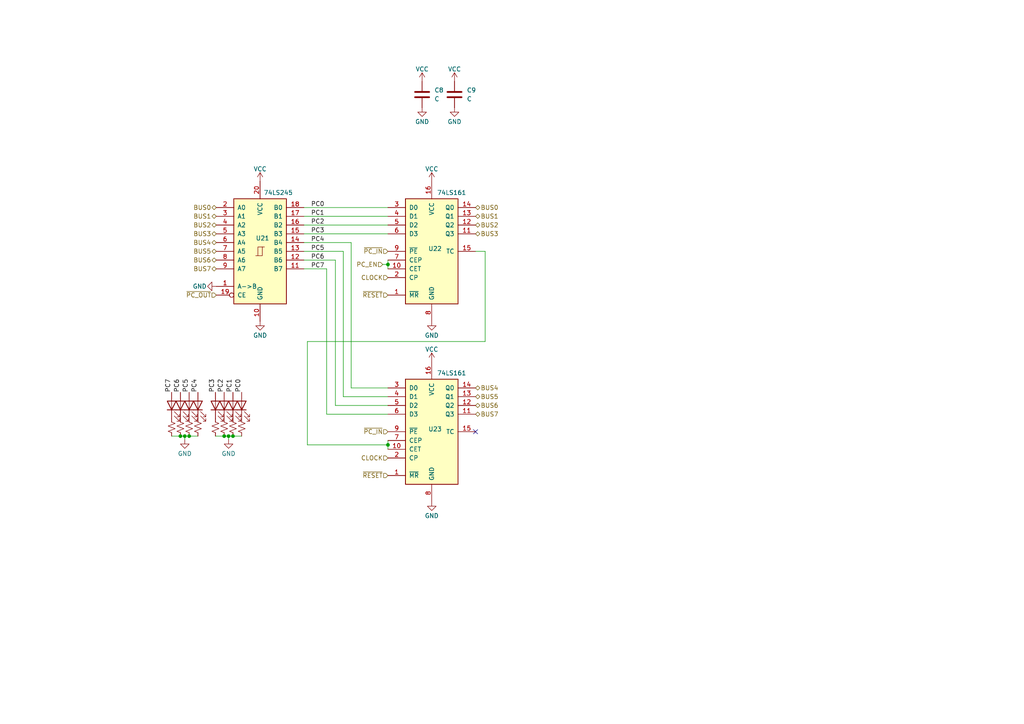
<source format=kicad_sch>
(kicad_sch (version 20211123) (generator eeschema)
  (paper "A4")
  (lib_symbols
    (symbol "74xx:74LS161" (pin_names (offset 1.016))
      (property "Reference" "U" (at -7.62 16.51 0))
      (property "Value" "74LS161" (at -7.62 -16.51 0))
      (symbol "74LS161_1_0"
        (pin input line (at -12.7 -12.7 0) (length 5.08) (name "~{MR}") (number "1"))
        (pin input line (at -12.7 -5.08 0) (length 5.08) (name "CET") (number "10"))
        (pin output line (at 12.7 5.08 180) (length 5.08) (name "Q3") (number "11"))
        (pin output line (at 12.7 7.62 180) (length 5.08) (name "Q2") (number "12"))
        (pin output line (at 12.7 10.16 180) (length 5.08) (name "Q1") (number "13"))
        (pin output line (at 12.7 12.7 180) (length 5.08) (name "Q0") (number "14"))
        (pin output line (at 12.7 0 180) (length 5.08) (name "TC") (number "15"))
        (pin power_in line (at 0 20.32 270) (length 5.08) (name "VCC") (number "16"))
        (pin input line (at -12.7 -7.62 0) (length 5.08) (name "CP") (number "2"))
        (pin input line (at -12.7 12.7 0) (length 5.08) (name "D0") (number "3"))
        (pin input line (at -12.7 10.16 0) (length 5.08) (name "D1") (number "4"))
        (pin input line (at -12.7 7.62 0) (length 5.08) (name "D2") (number "5"))
        (pin input line (at -12.7 5.08 0) (length 5.08) (name "D3") (number "6"))
        (pin input line (at -12.7 -2.54 0) (length 5.08) (name "CEP") (number "7"))
        (pin power_in line (at 0 -20.32 90) (length 5.08) (name "GND") (number "8"))
        (pin input line (at -12.7 0 0) (length 5.08) (name "~{PE}") (number "9"))
      )
      (symbol "74LS161_1_1"
        (rectangle (start -7.62 15.24) (end 7.62 -15.24) (stroke (width 0.254)) (fill (type background)))
      )
    )
    (symbol "74xx:74LS245" (pin_names (offset 1.016))
      (property "Reference" "U" (at -7.62 16.51 0))
      (property "Value" "74LS245" (at -7.62 -16.51 0))
      (symbol "74LS245_1_0"
        (polyline (pts (xy -0.635 -1.27) (xy -0.635 1.27) (xy 0.635 1.27)))
        (polyline (pts (xy -1.27 -1.27) (xy 0.635 -1.27) (xy 0.635 1.27) (xy 1.27 1.27)))
        (pin input line (at -12.7 -10.16 0) (length 5.08) (name "A->B") (number "1"))
        (pin power_in line (at 0 -20.32 90) (length 5.08) (name "GND") (number "10"))
        (pin tri_state line (at 12.7 -5.08 180) (length 5.08) (name "B7") (number "11"))
        (pin tri_state line (at 12.7 -2.54 180) (length 5.08) (name "B6") (number "12"))
        (pin tri_state line (at 12.7 0 180) (length 5.08) (name "B5") (number "13"))
        (pin tri_state line (at 12.7 2.54 180) (length 5.08) (name "B4") (number "14"))
        (pin tri_state line (at 12.7 5.08 180) (length 5.08) (name "B3") (number "15"))
        (pin tri_state line (at 12.7 7.62 180) (length 5.08) (name "B2") (number "16"))
        (pin tri_state line (at 12.7 10.16 180) (length 5.08) (name "B1") (number "17"))
        (pin tri_state line (at 12.7 12.7 180) (length 5.08) (name "B0") (number "18"))
        (pin input inverted (at -12.7 -12.7 0) (length 5.08) (name "CE") (number "19"))
        (pin tri_state line (at -12.7 12.7 0) (length 5.08) (name "A0") (number "2"))
        (pin power_in line (at 0 20.32 270) (length 5.08) (name "VCC") (number "20"))
        (pin tri_state line (at -12.7 10.16 0) (length 5.08) (name "A1") (number "3"))
        (pin tri_state line (at -12.7 7.62 0) (length 5.08) (name "A2") (number "4"))
        (pin tri_state line (at -12.7 5.08 0) (length 5.08) (name "A3") (number "5"))
        (pin tri_state line (at -12.7 2.54 0) (length 5.08) (name "A4") (number "6"))
        (pin tri_state line (at -12.7 0 0) (length 5.08) (name "A5") (number "7"))
        (pin tri_state line (at -12.7 -2.54 0) (length 5.08) (name "A6") (number "8"))
        (pin tri_state line (at -12.7 -5.08 0) (length 5.08) (name "A7") (number "9"))
      )
      (symbol "74LS245_1_1"
        (rectangle (start -7.62 15.24) (end 7.62 -15.24) (stroke (width 0.254)) (fill (type background)))
      )
    )
    (symbol "Device:C" (pin_numbers hide) (pin_names (offset 0.254))
      (property "Reference" "C" (at 0.635 2.54 0))
      (property "Value" "C" (at 0.635 -2.54 0))
      (symbol "C_0_1"
        (polyline (pts (xy -2.032 -0.762) (xy 2.032 -0.762)) (stroke (width 0.508)))
        (polyline (pts (xy -2.032 0.762) (xy 2.032 0.762)) (stroke (width 0.508)))
      )
      (symbol "C_1_1"
        (pin passive line (at 0 3.81 270) (length 2.794) (name "~") (number "1"))
        (pin passive line (at 0 -3.81 90) (length 2.794) (name "~") (number "2"))
      )
    )
    (symbol "Device:LED" (pin_numbers hide) (pin_names (offset 1.016) hide)
      (property "Reference" "D" (at 0 2.54 0))
      (property "Value" "LED" (at 0 -2.54 0))
      (symbol "LED_0_1"
        (polyline (pts (xy -1.27 -1.27) (xy -1.27 1.27)) (stroke (width 0.254)))
        (polyline (pts (xy -1.27 0) (xy 1.27 0)))
        (polyline (pts (xy 1.27 -1.27) (xy 1.27 1.27) (xy -1.27 0) (xy 1.27 -1.27)) (stroke (width 0.254)))
        (polyline (pts (xy -3.048 -0.762) (xy -4.572 -2.286) (xy -3.81 -2.286) (xy -4.572 -2.286) (xy -4.572 -1.524)))
        (polyline (pts (xy -1.778 -0.762) (xy -3.302 -2.286) (xy -2.54 -2.286) (xy -3.302 -2.286) (xy -3.302 -1.524)))
      )
      (symbol "LED_1_1"
        (pin passive line (at -3.81 0 0) (length 2.54) (name "K") (number "1"))
        (pin passive line (at 3.81 0 180) (length 2.54) (name "A") (number "2"))
      )
    )
    (symbol "Device:R_Small_US" (pin_numbers hide) (pin_names (offset 0.254) hide)
      (property "Reference" "R" (at 0.762 0.508 0))
      (property "Value" "R_Small_US" (at 0.762 -1.016 0))
      (symbol "R_Small_US_1_1"
        (polyline (pts (xy 0 0) (xy 1.016 -0.381) (xy 0 -0.762) (xy -1.016 -1.143) (xy 0 -1.524)))
        (polyline (pts (xy 0 1.524) (xy 1.016 1.143) (xy 0 0.762) (xy -1.016 0.381) (xy 0 0)))
        (pin passive line (at 0 2.54 270) (length 1.016) (name "~") (number "1"))
        (pin passive line (at 0 -2.54 90) (length 1.016) (name "~") (number "2"))
      )
    )
    (symbol "power:GND" (power) (pin_names (offset 0))
      (property "Value" "GND" (at 0 -3.81 0))
      (symbol "GND_0_1"
        (polyline (pts (xy 0 0) (xy 0 -1.27) (xy 1.27 -1.27) (xy 0 -2.54) (xy -1.27 -1.27) (xy 0 -1.27)))
      )
      (symbol "GND_1_1"
        (pin power_in line (at 0 0 270) (length 0) hide (name "GND") (number "1"))
      )
    )
    (symbol "power:VCC" (power) (pin_names (offset 0))
      (property "Value" "VCC" (at 0 3.81 0))
      (symbol "VCC_0_1"
        (polyline (pts (xy -0.762 1.27) (xy 0 2.54)))
        (polyline (pts (xy 0 0) (xy 0 2.54)))
        (polyline (pts (xy 0 2.54) (xy 0.762 1.27)))
      )
      (symbol "VCC_1_1"
        (pin power_in line (at 0 0 90) (length 0) hide (name "VCC") (number "1"))
      )
    )
  )
  (junction (at 65.024 126.492))
  (junction (at 112.522 129.032))
  (junction (at 67.564 126.492))
  (junction (at 54.864 126.492))
  (junction (at 66.294 126.492))
  (junction (at 112.522 76.708))
  (junction (at 53.594 126.492))
  (junction (at 52.324 126.492))
  (no_connect (at 137.922 125.222))
  (wire (pts (xy 52.324 126.492) (xy 53.594 126.492)))
  (wire (pts (xy 112.522 117.602) (xy 97.282 117.602)))
  (wire (pts (xy 97.282 75.438) (xy 88.138 75.438)))
  (wire (pts (xy 94.742 120.142) (xy 112.522 120.142)))
  (wire (pts (xy 101.854 112.522) (xy 101.854 70.358)))
  (wire (pts (xy 53.594 127.508) (xy 53.594 126.492)))
  (wire (pts (xy 89.154 99.06) (xy 140.716 99.06)))
  (wire (pts (xy 49.784 126.492) (xy 52.324 126.492)))
  (wire (pts (xy 88.138 65.278) (xy 112.522 65.278)))
  (wire (pts (xy 88.138 72.898) (xy 99.568 72.898)))
  (wire (pts (xy 88.138 67.818) (xy 112.522 67.818)))
  (wire (pts (xy 88.138 62.738) (xy 112.522 62.738)))
  (wire (pts (xy 112.522 129.032) (xy 112.522 130.302)))
  (wire (pts (xy 66.294 126.492) (xy 67.564 126.492)))
  (wire (pts (xy 99.568 72.898) (xy 99.568 115.062)))
  (wire (pts (xy 140.716 99.06) (xy 140.716 72.898)))
  (wire (pts (xy 54.864 126.492) (xy 57.404 126.492)))
  (wire (pts (xy 66.294 127.508) (xy 66.294 126.492)))
  (wire (pts (xy 97.282 117.602) (xy 97.282 75.438)))
  (wire (pts (xy 65.024 126.492) (xy 66.294 126.492)))
  (wire (pts (xy 89.154 129.032) (xy 89.154 99.06)))
  (wire (pts (xy 140.716 72.898) (xy 137.922 72.898)))
  (wire (pts (xy 112.522 127.762) (xy 112.522 129.032)))
  (wire (pts (xy 53.594 126.492) (xy 54.864 126.492)))
  (wire (pts (xy 112.522 76.708) (xy 112.522 77.978)))
  (wire (pts (xy 112.522 112.522) (xy 101.854 112.522)))
  (wire (pts (xy 94.742 77.978) (xy 94.742 120.142)))
  (wire (pts (xy 101.854 70.358) (xy 88.138 70.358)))
  (wire (pts (xy 112.522 75.438) (xy 112.522 76.708)))
  (wire (pts (xy 62.484 126.492) (xy 65.024 126.492)))
  (wire (pts (xy 67.564 126.492) (xy 70.104 126.492)))
  (wire (pts (xy 110.998 76.708) (xy 112.522 76.708)))
  (wire (pts (xy 99.568 115.062) (xy 112.522 115.062)))
  (wire (pts (xy 89.154 129.032) (xy 112.522 129.032)))
  (wire (pts (xy 88.138 77.978) (xy 94.742 77.978)))
  (wire (pts (xy 88.138 60.198) (xy 112.522 60.198)))
  (label "PC1" (at 67.564 113.792 90))
  (label "PC2" (at 90.17 65.278 0))
  (label "PC7" (at 90.17 77.978 0))
  (label "PC4" (at 90.17 70.358 0))
  (label "PC2" (at 65.024 113.792 90))
  (label "PC0" (at 70.104 113.792 90))
  (label "PC6" (at 52.324 113.792 90))
  (label "PC6" (at 90.17 75.438 0))
  (label "PC7" (at 49.784 113.792 90))
  (label "PC1" (at 90.17 62.738 0))
  (label "PC3" (at 62.484 113.792 90))
  (label "PC5" (at 54.864 113.792 90))
  (label "PC5" (at 90.17 72.898 0))
  (label "PC0" (at 90.17 60.198 0))
  (label "PC3" (at 90.17 67.818 0))
  (label "PC4" (at 57.404 113.792 90))
  (hierarchical_label "BUS1" (shape tri_state) (at 62.738 62.738 180))
  (hierarchical_label "BUS6" (shape tri_state) (at 137.922 117.602 0))
  (hierarchical_label "~{PC_IN}" (shape input) (at 112.522 125.222 180))
  (hierarchical_label "BUS4" (shape tri_state) (at 62.738 70.358 180))
  (hierarchical_label "BUS1" (shape tri_state) (at 137.922 62.738 0))
  (hierarchical_label "CLOCK" (shape input) (at 112.522 80.518 180))
  (hierarchical_label "BUS2" (shape tri_state) (at 137.922 65.278 0))
  (hierarchical_label "BUS3" (shape tri_state) (at 137.922 67.818 0))
  (hierarchical_label "BUS3" (shape tri_state) (at 62.738 67.818 180))
  (hierarchical_label "BUS4" (shape tri_state) (at 137.922 112.522 0))
  (hierarchical_label "PC_EN" (shape input) (at 110.998 76.708 180))
  (hierarchical_label "~{RESET}" (shape input) (at 112.522 85.598 180))
  (hierarchical_label "BUS5" (shape tri_state) (at 62.738 72.898 180))
  (hierarchical_label "CLOCK" (shape input) (at 112.522 132.842 180))
  (hierarchical_label "BUS2" (shape tri_state) (at 62.738 65.278 180))
  (hierarchical_label "~{RESET}" (shape input) (at 112.522 137.922 180))
  (hierarchical_label "BUS0" (shape tri_state) (at 137.922 60.198 0))
  (hierarchical_label "BUS7" (shape tri_state) (at 62.738 77.978 180))
  (hierarchical_label "BUS7" (shape tri_state) (at 137.922 120.142 0))
  (hierarchical_label "~{PC_OUT}" (shape input) (at 62.738 85.598 180))
  (hierarchical_label "BUS0" (shape tri_state) (at 62.738 60.198 180))
  (hierarchical_label "BUS6" (shape tri_state) (at 62.738 75.438 180))
  (hierarchical_label "~{PC_IN}" (shape input) (at 112.522 72.898 180))
  (hierarchical_label "BUS5" (shape tri_state) (at 137.922 115.062 0))
  (symbol (lib_id "Device:LED") (at 49.784 117.602 90) (unit 1)
    (property "Reference" "D36" (effects hide))
    (property "Value" "LED" (effects hide))
    (property "Footprint" "LED_SMD:LED_0805_2012Metric" (effects hide))
  )
  (symbol (lib_id "Device:LED") (at 62.484 117.602 90) (unit 1)
    (property "Reference" "D40" (effects hide))
    (property "Value" "LED" (effects hide))
    (property "Footprint" "LED_SMD:LED_0805_2012Metric" (effects hide))
  )
  (symbol (lib_id "power:VCC") (at 75.438 52.578 0) (unit 1)
    (property "Reference" "#PWR079" (effects hide))
    (property "Value" "VCC" (at 75.438 49.022 0))
  )
  (symbol (lib_id "74xx:74LS161") (at 125.222 72.898 0) (unit 1)
    (property "Reference" "U22" (at 124.206 72.136 0) (effects (justify left)))
    (property "Value" "74LS161" (at 126.746 55.88 0) (effects (justify left)))
    (property "Footprint" "Package_SO:SOIC-16_3.9x9.9mm_P1.27mm" (effects hide))
    (property "Datasheet" "http://www.ti.com/lit/gpn/sn74LS161" (effects hide))
  )
  (symbol (lib_id "Device:R_Small_US") (at 52.324 123.952 0) (unit 1)
    (property "Reference" "R37" (effects hide))
    (property "Value" "R_Small_US" (effects hide))
    (property "Footprint" "Resistor_SMD:R_0805_2012Metric" (effects hide))
  )
  (symbol (lib_id "Device:C") (at 122.428 27.432 0) (unit 1)
    (property "Reference" "C8" (at 125.984 26.1619 0) (effects (justify left)))
    (property "Value" "C" (at 125.984 28.7019 0) (effects (justify left)))
    (property "Footprint" "Capacitor_SMD:C_0805_2012Metric" (effects hide))
  )
  (symbol (lib_id "Device:R_Small_US") (at 49.784 123.952 0) (unit 1)
    (property "Reference" "R36" (effects hide))
    (property "Value" "R_Small_US" (effects hide))
    (property "Footprint" "Resistor_SMD:R_0805_2012Metric" (effects hide))
  )
  (symbol (lib_id "power:VCC") (at 131.826 23.622 0) (unit 1)
    (property "Reference" "#PWR087" (effects hide))
    (property "Value" "VCC" (at 131.826 20.066 0))
  )
  (symbol (lib_id "Device:LED") (at 54.864 117.602 90) (unit 1)
    (property "Reference" "D38" (effects hide))
    (property "Value" "LED" (effects hide))
    (property "Footprint" "LED_SMD:LED_0805_2012Metric" (effects hide))
  )
  (symbol (lib_id "power:GND") (at 66.294 127.508 0) (unit 1)
    (property "Reference" "#PWR078" (effects hide))
    (property "Value" "GND" (at 66.294 131.572 0))
  )
  (symbol (lib_id "power:GND") (at 131.826 31.242 0) (unit 1)
    (property "Reference" "#PWR088" (effects hide))
    (property "Value" "GND" (at 131.826 35.306 0))
  )
  (symbol (lib_id "Device:LED") (at 65.024 117.602 90) (unit 1)
    (property "Reference" "D41" (effects hide))
    (property "Value" "LED" (effects hide))
    (property "Footprint" "LED_SMD:LED_0805_2012Metric" (effects hide))
  )
  (symbol (lib_id "Device:R_Small_US") (at 65.024 123.952 0) (unit 1)
    (property "Reference" "R41" (effects hide))
    (property "Value" "R_Small_US" (effects hide))
    (property "Footprint" "Resistor_SMD:R_0805_2012Metric" (effects hide))
  )
  (symbol (lib_id "power:VCC") (at 122.428 23.622 0) (unit 1)
    (property "Reference" "#PWR081" (effects hide))
    (property "Value" "VCC" (at 122.428 20.066 0))
  )
  (symbol (lib_id "power:GND") (at 62.738 83.058 270) (unit 1)
    (property "Reference" "#PWR077" (effects hide))
    (property "Value" "GND" (at 57.912 83.058 90))
  )
  (symbol (lib_id "power:VCC") (at 125.222 52.578 0) (unit 1)
    (property "Reference" "#PWR083" (effects hide))
    (property "Value" "VCC" (at 125.222 49.022 0))
  )
  (symbol (lib_id "power:GND") (at 75.438 93.218 0) (unit 1)
    (property "Reference" "#PWR080" (effects hide))
    (property "Value" "GND" (at 75.438 97.282 0))
  )
  (symbol (lib_id "power:GND") (at 125.222 93.218 0) (unit 1)
    (property "Reference" "#PWR084" (effects hide))
    (property "Value" "GND" (at 125.222 97.282 0))
  )
  (symbol (lib_id "Device:R_Small_US") (at 57.404 123.952 0) (unit 1)
    (property "Reference" "R39" (effects hide))
    (property "Value" "R_Small_US" (effects hide))
    (property "Footprint" "Resistor_SMD:R_0805_2012Metric" (effects hide))
  )
  (symbol (lib_id "Device:R_Small_US") (at 54.864 123.952 0) (unit 1)
    (property "Reference" "R38" (effects hide))
    (property "Value" "R_Small_US" (effects hide))
    (property "Footprint" "Resistor_SMD:R_0805_2012Metric" (effects hide))
  )
  (symbol (lib_id "Device:LED") (at 67.564 117.602 90) (unit 1)
    (property "Reference" "D42" (effects hide))
    (property "Value" "LED" (effects hide))
    (property "Footprint" "LED_SMD:LED_0805_2012Metric" (effects hide))
  )
  (symbol (lib_id "Device:LED") (at 52.324 117.602 90) (unit 1)
    (property "Reference" "D37" (effects hide))
    (property "Value" "LED" (effects hide))
    (property "Footprint" "LED_SMD:LED_0805_2012Metric" (effects hide))
  )
  (symbol (lib_id "power:VCC") (at 125.222 104.902 0) (unit 1)
    (property "Reference" "#PWR085" (effects hide))
    (property "Value" "VCC" (at 125.222 101.346 0))
  )
  (symbol (lib_id "power:GND") (at 53.594 127.508 0) (unit 1)
    (property "Reference" "#PWR076" (effects hide))
    (property "Value" "GND" (at 53.594 131.572 0))
  )
  (symbol (lib_id "74xx:74LS245") (at 75.438 72.898 0) (unit 1)
    (property "Reference" "U21" (at 74.168 69.088 0) (effects (justify left)))
    (property "Value" "74LS245" (at 76.454 55.88 0) (effects (justify left)))
    (property "Footprint" "Package_SO:TSSOP-20_4.4x6.5mm_P0.65mm" (effects hide))
    (property "Datasheet" "http://www.ti.com/lit/gpn/sn74LS245" (effects hide))
  )
  (symbol (lib_id "power:GND") (at 122.428 31.242 0) (unit 1)
    (property "Reference" "#PWR082" (effects hide))
    (property "Value" "GND" (at 122.428 35.306 0))
  )
  (symbol (lib_id "Device:C") (at 131.826 27.432 0) (unit 1)
    (property "Reference" "C9" (at 135.382 26.1619 0) (effects (justify left)))
    (property "Value" "C" (at 135.382 28.7019 0) (effects (justify left)))
    (property "Footprint" "Capacitor_SMD:C_0805_2012Metric" (effects hide))
  )
  (symbol (lib_id "Device:LED") (at 70.104 117.602 90) (unit 1)
    (property "Reference" "D43" (effects hide))
    (property "Value" "LED" (effects hide))
    (property "Footprint" "LED_SMD:LED_0805_2012Metric" (effects hide))
  )
  (symbol (lib_id "74xx:74LS161") (at 125.222 125.222 0) (unit 1)
    (property "Reference" "U23" (at 124.206 124.46 0) (effects (justify left)))
    (property "Value" "74LS161" (at 126.746 108.204 0) (effects (justify left)))
    (property "Footprint" "Package_SO:SOIC-16_3.9x9.9mm_P1.27mm" (effects hide))
    (property "Datasheet" "http://www.ti.com/lit/gpn/sn74LS161" (effects hide))
  )
  (symbol (lib_id "Device:R_Small_US") (at 70.104 123.952 0) (unit 1)
    (property "Reference" "R43" (effects hide))
    (property "Value" "R_Small_US" (effects hide))
    (property "Footprint" "Resistor_SMD:R_0805_2012Metric" (effects hide))
  )
  (symbol (lib_id "Device:R_Small_US") (at 62.484 123.952 0) (unit 1)
    (property "Reference" "R40" (effects hide))
    (property "Value" "R_Small_US" (effects hide))
    (property "Footprint" "Resistor_SMD:R_0805_2012Metric" (effects hide))
  )
  (symbol (lib_id "Device:LED") (at 57.404 117.602 90) (unit 1)
    (property "Reference" "D39" (effects hide))
    (property "Value" "LED" (effects hide))
    (property "Footprint" "LED_SMD:LED_0805_2012Metric" (effects hide))
  )
  (symbol (lib_id "power:GND") (at 125.222 145.542 0) (unit 1)
    (property "Reference" "#PWR086" (effects hide))
    (property "Value" "GND" (at 125.222 149.606 0))
  )
  (symbol (lib_id "Device:R_Small_US") (at 67.564 123.952 0) (unit 1)
    (property "Reference" "R42" (effects hide))
    (property "Value" "R_Small_US" (effects hide))
    (property "Footprint" "Resistor_SMD:R_0805_2012Metric" (effects hide))
  )
)
</source>
